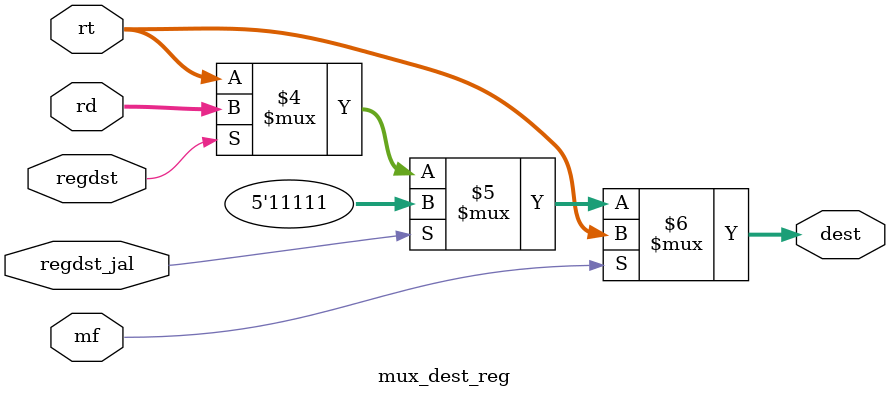
<source format=v>
`timescale 1ns / 1ps


module mux_dest_reg(
    input [4:0] rt,
    input [4:0] rd,
    input regdst,
    input mf,
    input regdst_jal,
    output [4:0] dest
);
    assign dest = (mf==1)?rt:(regdst_jal==1)?5'd31:(regdst == 1'b0)?rt:rd;
endmodule

</source>
